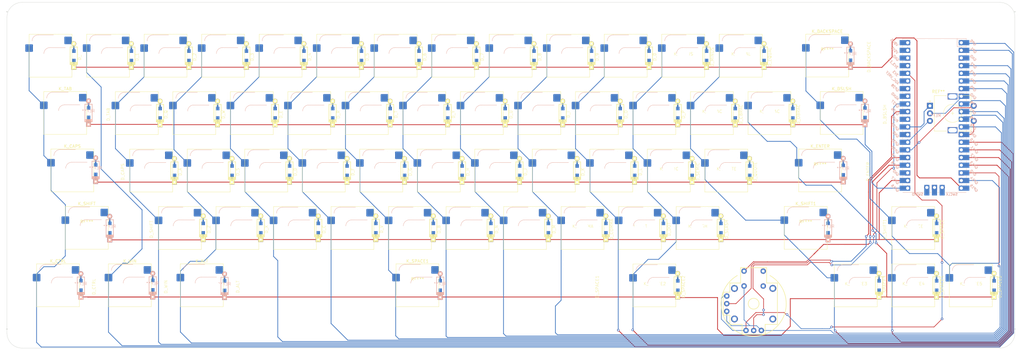
<source format=kicad_pcb>
(kicad_pcb (version 20221018) (generator pcbnew)
  (layers (0 "F.Cu" signal) (31 "B.Cu" signal) (34 "B.Paste" user) (35 "F.Paste" user) (36 "B.SilkS" user "B.Silkscreen") (37 "F.SilkS" user "F.Silkscreen") (38 "B.Mask" user) (39 "F.Mask" user) (44 "Edge.Cuts" user))
  (net 0 "")
  (footprint "personal:nothing" (layer "F.Cu") (at 440.50009 207.922334 90)
    (fp_text reference "D_ENTER")
    (fp_text value "D")
  )
  (footprint "personal:1u mx hotswap with diode" (layer "F.Cu") (at 244.73759 226.472334)
    (fp_text reference "K_C")
    (fp_text value "KEYSW")
  )
  (footprint "Mounting_Keyboard_Stabilizer:Stabilizer_Cherry_MX_2.00u" (layer "F.Cu") (at 418.56884 207.422334)
    (fp_text reference "REF**")
    (fp_text value "Stabilizer_Cherry_MX_2.00u")
  )
  (footprint "personal:1u mx hotswap with diode" (layer "F.Cu") (at 282.83759 226.472334)
    (fp_text reference "K_B")
    (fp_text value "KEYSW")
  )
  (footprint "personal:1u mx hotswap with diode" (layer "F.Cu") (at 292.36259 207.422334)
    (fp_text reference "K_H")
    (fp_text value "KEYSW")
  )
  (footprint "personal:nothing" (layer "F.Cu") (at 226.18759 246.022334 90)
    (fp_text reference "D_ALT")
    (fp_text value "D")
  )
  (footprint "personal:1u mx hotswap with diode" (layer "F.Cu") (at 182.82509 169.322334)
    (fp_text reference "K_1")
    (fp_text value "KEYSW")
  )
  (footprint "personal:nothing" (layer "F.Cu") (at 292.86259 226.972334 90)
    (fp_text reference "D_B")
    (fp_text value "D")
  )
  (footprint "Switch_Keyboard_Hotswap_Kailh:SW_Hotswap_Kailh_MX_2.00u" (layer "F.Cu") (at 420.95009 169.322334)
    (fp_text reference "K_BACKSPACE")
    (fp_text value "KEYSW")
  )
  (footprint "personal:nothing" (layer "F.Cu") (at 216.66259 226.972334 90)
    (fp_text reference "D_Z")
    (fp_text value "D")
  )
  (footprint "personal:nothing" (layer "F.Cu") (at 178.56259 246.022334 90)
    (fp_text reference "D_CTRL")
    (fp_text value "D")
  )
  (footprint "personal:nothing" (layer "F.Cu") (at 345.25009 169.822334 90)
    (fp_text reference "D_9")
    (fp_text value "D")
  )
  (footprint "personal:1u mx hotswap with diode" (layer "F.Cu") (at 197.11259 207.422334)
    (fp_text reference "K_A")
    (fp_text value "KEYSW")
  )
  (footprint "personal:1u mx hotswap with diode" (layer "F.Cu") (at 311.41259 207.422334)
    (fp_text reference "K_J")
    (fp_text value "KEYSW")
  )
  (footprint "personal:nothing" (layer "F.Cu") (at 311.91259 226.972334 90)
    (fp_text reference "D_N")
    (fp_text value "D")
  )
  (footprint "personal:nothing" (layer "F.Cu") (at 297.62509 188.872334 90)
    (fp_text reference "D_Y")
    (fp_text value "D")
  )
  (footprint "personal:1u mx hotswap with diode" (layer "F.Cu") (at 325.70009 188.372334)
    (fp_text reference "K_I")
    (fp_text value "KEYSW")
  )
  (footprint "Switch_Keyboard_Hotswap_Kailh:SW_Hotswap_Kailh_MX_1.25u" (layer "F.Cu") (at 189.96884 245.522334)
    (fp_text reference "K_WIN")
    (fp_text value "KEYSW")
  )
  (footprint "PS4_joystick_footprint-main:PS4_joystick" (layer "F.Cu") (at 396.566235 251.639321)
    (fp_text reference "REF**" hide)
    (fp_text value "XDCR_COM-09032" hide)
  )
  (footprint "personal:1u mx hotswap with diode" (layer "F.Cu") (at 449.52509 245.522334)
    (fp_text reference "K_SPACE4")
    (fp_text value "KEYSW")
  )
  (footprint "personal:nothing" (layer "F.Cu") (at 383.35009 169.822334 90)
    (fp_text reference "D_MINUS")
    (fp_text value "D")
  )
  (footprint "personal:nothing" (layer "F.Cu") (at 269.05009 169.822334 90)
    (fp_text reference "D_5")
    (fp_text value "D")
  )
  (footprint "personal:nothing" (layer "F.Cu") (at 288.10009 169.822334 90)
    (fp_text reference "D_6")
    (fp_text value "D")
  )
  (footprint "personal:nothing" (layer "F.Cu") (at 335.72509 188.872334 90)
    (fp_text reference "D_I")
    (fp_text value "D")
  )
  (footprint "personal:nothing" (layer "F.Cu") (at 316.67509 188.872334 90)
    (fp_text reference "D_U")
    (fp_text value "D")
  )
  (footprint "personal:nothing" (layer "F.Cu") (at 402.40009 169.822334 90)
    (fp_text reference "D_EQUAL")
    (fp_text value "D")
  )
  (footprint "personal:nothing" (layer "F.Cu") (at 440.50009 188.872334 90)
    (fp_text reference "D_BSLSH")
    (fp_text value "D")
  )
  (footprint "personal:1u mx hotswap with diode" (layer "F.Cu") (at 468.57509 245.522334)
    (fp_text reference "K_SPACE5")
    (fp_text value "KEYSW")
  )
  (footprint "Switch_Keyboard_Hotswap_Kailh:SW_Hotswap_Kailh_MX_1.75u" (layer "F.Cu") (at 170.91884 207.422334)
    (fp_text reference "K_CAPS")
    (fp_text value "KEYSW")
  )
  (footprint "Mounting_Keyboard_Stabilizer:Stabilizer_Cherry_MX_6.25u" (layer "F.Cu") (at 285.237077 245.522033)
    (fp_text reference "REF**")
    (fp_text value "Stabilizer_Cherry_MX_6.25u" hide)
  )
  (footprint "personal:1u mx hotswap with diode" (layer "F.Cu") (at 392.37509 169.322334)
    (fp_text reference "K_EQUAL")
    (fp_text value "KEYSW")
  )
  (footprint "personal:nothing" (layer "F.Cu") (at 283.33759 207.922334 90)
    (fp_text reference "D_G")
    (fp_text value "D")
  )
  (footprint "Switch_Keyboard_Hotswap_Kailh:SW_Hotswap_Kailh_MX_1.25u" (layer "F.Cu") (at 213.78134 245.522334)
    (fp_text reference "K_ALT")
    (fp_text value "KEYSW")
  )
  (footprint "personal:1u mx hotswap with diode" (layer "F.Cu") (at 320.93759 226.472334)
    (fp_text reference "K_M")
    (fp_text value "KEYSW")
  )
  (footprint "Switch_Keyboard_Hotswap_Kailh:SW_Hotswap_Kailh_MX_2.25u" (layer "F.Cu") (at 418.56884 207.422334)
    (fp_text reference "K_ENTER")
    (fp_text value "KEYSW")
  )
  (footprint "personal:nothing" (layer "F.Cu") (at 459.55009 246.022334 90)
    (fp_text reference "D_SPACE4")
    (fp_text value "D")
  )
  (footprint "Switch_Keyboard_Hotswap_Kailh:SW_Hotswap_Kailh_MX_2.75u" (layer "F.Cu") (at 413.80634 226.472334)
    (fp_text reference "K_SHIFT1")
    (fp_text value "KEYSW")
  )
  (footprint "personal:nothing" (layer "F.Cu") (at 373.82509 188.872334 90)
    (fp_text reference "D_P")
    (fp_text value "D")
  )
  (footprint "Switch_Keyboard_Hotswap_Kailh:SW_Hotswap_Kailh_MX_6.25u" (layer "F.Cu") (at 285.21884 245.522334)
    (fp_text reference "K_SPACE1")
    (fp_text value "KEYSW")
  )
  (footprint "personal:nothing" (layer "F.Cu") (at 207.13759 207.922334 90)
    (fp_text reference "D_A")
    (fp_text value "D")
  )
  (footprint "personal:nothing" (layer "F.Cu") (at 245.23759 207.922334 90)
    (fp_text reference "D_D")
    (fp_text value "D")
  )
  (footprint "personal:nothing" (layer "F.Cu") (at 354.77509 188.872334 90)
    (fp_text reference "D_O")
    (fp_text value "D")
  )
  (footprint "personal:nothing" (layer "F.Cu") (at 364.30009 169.822334 90)
    (fp_text reference "D_0")
    (fp_text value "D")
  )
  (footprint "personal:nothing" (layer "F.Cu") (at 221.42509 188.872334 90)
    (fp_text reference "D_W")
    (fp_text value "D")
  )
  (footprint "personal:1u mx hotswap with diode" (layer "F.Cu") (at 259.02509 169.322334)
    (fp_text reference "K_5")
    (fp_text value "KEYSW")
  )
  (footprint "personal:1u mx hotswap with diode" (layer "F.Cu") (at 225.68759 226.472334)
    (fp_text reference "K_X")
    (fp_text value "KEYSW")
  )
  (footprint "personal:nothing" (layer "F.Cu") (at 340.48759 207.922334 90)
    (fp_text reference "D_K")
    (fp_text value "D")
  )
  (footprint "personal:nothing" (layer "F.Cu") (at 250.00009 169.822334 90)
    (fp_text reference "D_4")
    (fp_text value "D")
  )
  (footprint "personal:nothing" (layer "F.Cu") (at 388.11259 226.972334 90)
    (fp_text reference "D_SLASH")
    (fp_text value "D")
  )
  (footprint "personal:nothing" (layer "F.Cu") (at 202.37509 246.022334 90)
    (fp_text reference "D_WIN")
    (fp_text value "D")
  )
  (footprint "personal:1u mx hotswap with diode" (layer "F.Cu") (at 359.03759 226.472334)
    (fp_text reference "K_DOT")
    (fp_text value "KEYSW")
  )
  (footprint "personal:1u mx hotswap with diode" (layer "F.Cu") (at 220.92509 169.322334)
    (fp_text reference "K_3")
    (fp_text value "KEYSW")
  )
  (footprint "personal:nothing" (layer "F.Cu") (at 211.90009 169.822334 90)
    (fp_text reference "D_2")
    (fp_text value "D")
  )
  (footprint "Mounting_Keyboard_Stabilizer:Stabilizer_Cherry_MX_2.00u" (layer "F.Cu") (at 420.95009 169.322334)
    (fp_text reference "REF**")
    (fp_text value "Stabilizer_Cherry_MX_2.00u")
  )
  (footprint "personal:nothing" (layer "F.Cu") (at 307.15009 169.822334 90)
    (fp_text reference "D_7")
    (fp_text value "D")
  )
  (footprint "personal:nothing" (layer "F.Cu") (at 188.08759 207.922334 90)
    (fp_text reference "D_CAPS")
    (fp_text value "D")
  )
  (footprint "personal:1u mx hotswap with diode" (layer "F.Cu") (at 278.07509 169.322334)
    (fp_text reference "K_6")
    (fp_text value "KEYSW")
  )
  (footprint "personal:nothing" (layer "F.Cu") (at 350.01259 226.972334 90)
    (fp_text reference "D_COMMA")
    (fp_text value "D")
  )
  (footprint "Switch_Keyboard_Hotswap_Kailh:SW_Hotswap_Kailh_MX_1.50u" (layer "F.Cu") (at 168.53759 188.372334)
    (fp_text reference "K_TAB")
    (fp_text value "KEYSW")
  )
  (footprint "personal:1u mx hotswap with diode" (layer "F.Cu") (at 301.88759 226.472334)
    (fp_text reference "K_N")
    (fp_text value "KEYSW")
  )
  (footprint "personal:1u mx hotswap with diode" (layer "F.Cu") (at 363.80009 245.522334)
    (fp_text reference "K_SPACE2")
    (fp_text value "KEYSW")
  )
  (footprint "personal:nothing" (layer "F.Cu") (at 397.63759 207.922334 90)
    (fp_text reference "D_QUOTE")
    (fp_text value "D")
  )
  (footprint "personal:nothing" (layer "F.Cu") (at 378.58759 207.922334 90)
    (fp_text reference "D_SEMIC")
    (fp_text value "D")
  )
  (footprint "personal:nothing" (layer "F.Cu") (at 259.52509 188.872334 90)
    (fp_text reference "D_R")
    (fp_text value "D")
  )
  (footprint "personal:nothing" (layer "F.Cu") (at 197.61259 226.972334 90)
    (fp_text reference "D_SHIFT")
    (fp_text value "D")
  )
  (footprint "personal:1u mx hotswap with diode" (layer "F.Cu") (at 387.61259 207.422334)
    (fp_text reference "K_QUOTE")
    (fp_text value "KEYSW")
  )
  (footprint "personal:nothing" (layer "F.Cu") (at 173.80009 169.822334 90)
    (fp_text reference "D_`")
    (fp_text value "D")
  )
  (footprint "personal:nothing" (layer "F.Cu") (at 330.96259 226.972334 90)
    (fp_text reference "D_M")
    (fp_text value "D")
  )
  (footprint "personal:1u mx hotswap with diode" (layer "F.Cu") (at 339.98759 226.472334)
    (fp_text reference "K_COMMA")
    (fp_text value "KEYSW")
  )
  (footprint "personal:nothing" (layer "F.Cu") (at 440.50009 169.822334 90)
    (fp_text reference "D_BACKSPACE")
    (fp_text value "D")
  )
  (footprint "personal:1u mx hotswap with diode" (layer "F.Cu") (at 263.78759 226.472334)
    (fp_text reference "K_V")
    (fp_text value "KEYSW")
  )
  (footprint "personal:1u mx hotswap with diode" (layer "F.Cu") (at 449.52509 226.472334)
    (fp_text reference "K_SPACE")
    (fp_text value "KEYSW")
  )
  (footprint "personal:1u mx hotswap with diode" (layer "F.Cu") (at 316.17509 169.322334)
    (fp_text reference "K_8")
    (fp_text value "KEYSW")
  )
  (footprint "personal:nothing" (layer "F.Cu") (at 230.95009 169.822334 90)
    (fp_text reference "D_3")
    (fp_text value "D")
  )
  (footprint "Switch_Keyboard_Hotswap_Kailh:SW_Hotswap_Kailh_MX_1.25u" (layer "F.Cu") (at 166.15634 245.522334)
    (fp_text reference "K_CTRL")
    (fp_text value "KEYSW")
  )
  (footprint "personal:nothing" (layer "F.Cu") (at 326.20009 169.822334 90)
    (fp_text reference "D_8")
    (fp_text value "D")
  )
  (footprint "personal:nothing" (layer "F.Cu") (at 440.50009 226.972334 90)
    (fp_text reference "D_SHIFT1")
    (fp_text value "D")
  )
  (footprint "personal:nothing" (layer "F.Cu") (at 226.18759 207.922334 90)
    (fp_text reference "D_S")
    (fp_text value "D")
  )
  (footprint "personal:nothing" (layer "F.Cu") (at 411.92509 188.872334 90)
    (fp_text reference "D_OBRAC")
    (fp_text value "D")
  )
  (footprint "personal:nothing" (layer "F.Cu") (at 440.50009 246.022334 90)
    (fp_text reference "D_SPACE3")
    (fp_text value "D")
  )
  (footprint "personal:1u mx hotswap with diode" (layer "F.Cu") (at 163.77509 169.322334)
    (fp_text reference "K_`")
    (fp_text value "KEYSW")
  )
  (footprint "Rotary_Encoder:RotaryEncoder_Alps_EC11E-Switch_Vertical_H20mm" (layer "F.Cu") (at 454.961348 186.000862)
    (fp_text reference "REF**")
    (fp_text value "RotaryEncoder_Alps_EC11E-Switch_Vertical_H20mm" hide)
  )
  (footprint "personal:nothing" (layer "F.Cu") (at 254.76259 226.972334 90)
    (fp_text reference "D_C")
    (fp_text value "D")
  )
  (footprint "personal:nothing" (layer "F.Cu") (at 345.25009 246.022334 90)
    (fp_text reference "D_SPACE1")
    (fp_text value "D")
  )
  (footprint "personal:1u mx hotswap with diode" (layer "F.Cu") (at 249.50009 188.372334)
    (fp_text reference "K_R")
    (fp_text value "KEYSW")
  )
  (footprint "personal:1u mx hotswap with diode" (layer "F.Cu") (at 363.80009 188.372334)
    (fp_text reference "K_P")
    (fp_text value "KEYSW")
  )
  (footprint "personal:nothing" (layer "F.Cu") (at 373.82509 246.022334 90)
    (fp_text reference "D_SPACE2")
    (fp_text value "D")
  )
  (footprint "personal:1u mx hotswap with diode" (layer "F.Cu") (at 211.40009 188.372334)
    (fp_text reference "K_W")
    (fp_text value "KEYSW")
  )
  (footprint "personal:1u mx hotswap with diode" (layer "F.Cu") (at 287.60009 188.372334)
    (fp_text reference "K_Y")
    (fp_text value "KEYSW")
  )
  (footprint "personal:1u mx hotswap with diode" (layer "F.Cu") (at 330.46259 207.422334)
    (fp_text reference "K_K")
    (fp_text value "KEYSW")
  )
  (footprint "personal:1u mx hotswap with diode" (layer "F.Cu") (at 354.27509 169.322334)
    (fp_text reference "K_0")
    (fp_text value "KEYSW")
  )
  (footprint "personal:1u mx hotswap with diode" (layer "F.Cu") (at 273.31259 207.422334)
    (fp_text reference "K_G")
    (fp_text value "KEYSW")
  )
  (footprint "personal:1u mx hotswap with diode" (layer "F.Cu") (at 349.51259 207.422334)
    (fp_text reference "K_L")
    (fp_text value "KEYSW")
  )
  (footprint "personal:1u mx hotswap with diode" (layer "F.Cu") (at 206.63759 226.472334)
    (fp_text reference "K_Z")
    (fp_text value "KEYSW")
  )
  (footprint "personal:1u mx hotswap with diode" (layer "F.Cu") (at 335.22509 169.322334)
    (fp_text reference "K_9")
    (fp_text value "KEYSW")
  )
  (footprint "personal:nothing" (layer "F.Cu") (at 235.71259 226.972334 90)
    (fp_text reference "D_X")
    (fp_text value "D")
  )
  (footprint "personal:1u mx hotswap with diode" (layer "F.Cu") (at 239.97509 169.322334)
    (fp_text reference "K_4")
    (fp_text value "KEYSW")
  )
  (footprint "personal:nothing" (layer "F.Cu") (at 278.57509 188.872334 90)
    (fp_text reference "D_T")
    (fp_text value "D")
  )
  (footprint "Mounting_Keyboard_Stabilizer:Stabilizer_Cherry_MX_2.00u" (layer "F.Cu") (at 175.68134 226.472334)
    (fp_text reference "REF**")
    (fp_text value "Stabilizer_Cherry_MX_2.00u")
  )
  (footprint "personal:nothing" (layer "F.Cu") (at 321.43759 207.922334 90)
    (fp_text reference "D_J")
    (fp_text value "D")
  )
  (footprint "personal:1u mx hotswap with diode" (layer "F.Cu") (at 378.08759 226.472334)
    (fp_text reference "K_SLASH")
    (fp_text value "KEYSW")
  )
  (footprint "personal:1u mx hotswap with diode" (layer "F.Cu") (at 216.16259 207.422334)
    (fp_text reference "K_S")
    (fp_text value "KEYSW")
  )
  (footprint "personal:1u mx hotswap with diode" (layer "F.Cu") (at 344.75009 188.372334)
    (fp_text reference "K_O")
    (fp_text value "KEYSW")
  )
  (footprint "personal:1u mx hotswap with diode" (layer "F.Cu") (at 254.26259 207.422334)
    (fp_text reference "K_F")
    (fp_text value "KEYSW")
  )
  (footprint "personal:nothing" (layer "F.Cu") (at 240.47509 188.872334 90)
    (fp_text reference "D_E")
    (fp_text value "D")
  )
  (footprint "personal:1u mx hotswap with diode" (layer "F.Cu") (at 382.85009 188.372334)
    (fp_text reference "K_CBRAC")
    (fp_text value "KEYSW")
  )
  (footprint "personal:nothing" (layer "F.Cu") (at 369.06259 226.972334 90)
    (fp_text reference "D_DOT")
    (fp_text value "D")
  )
  (footprint "personal:1u mx hotswap with diode" (layer "F.Cu") (at 430.47509 245.522334)
    (fp_text reference "K_SPACE3")
    (fp_text value "KEYSW")
  )
  (footprint "personal:nothing" (layer "F.Cu") (at 264.28759 207.922334 90)
    (fp_text reference "D_F")
    (fp_text value "D")
  )
  (footprint "Switch_Keyboard_Hotswap_Kailh:SW_Hotswap_Kailh_MX_2.25u" (layer "F.Cu") (at 175.68134 226.472334)
    (fp_text reference "K_SHIFT")
    (fp_text value "KEYSW")
  )
  (footprint "personal:nothing" (layer "F.Cu") (at 273.81259 226.972334 90)
    (fp_text reference "D_V")
    (fp_text value "D")
  )
  (footprint "personal:nothing" (layer "F.Cu") (at 192.85009 169.822334 90)
    (fp_text reference "D_1")
    (fp_text value "D")
  )
  (footprint "Switch_Keyboard_Hotswap_Kailh:SW_Hotswap_Kailh_MX_1.50u" (layer "F.Cu") (at 425.71259 188.372334)
    (fp_text reference "K_BSLSH")
    (fp_text value "KEYSW")
  )
  (footprint "personal:1u mx hotswap with diode" (layer "F.Cu") (at 306.65009 188.372334)
    (fp_text reference "K_U")
    (fp_text value "KEYSW")
  )
  (footprint "personal:nothing" (layer "F.Cu") (at 302.38759 207.922334 90)
    (fp_text reference "D_H")
    (fp_text value "D")
  )
  (footprint "personal:nothing" (layer "F.Cu") (at 183.32509 188.872334 90)
    (fp_text reference "D_TAB")
    (fp_text value "D")
  )
  (footprint "personal:nothing" (layer "F.Cu") (at 392.87509 188.872334 90)
    (fp_text reference "D_CBRAC")
    (fp_text value "D")
  )
  (footprint "personal:1u mx hotswap with diode" (layer "F.Cu") (at 192.35009 188.372334)
    (fp_text reference "K_Q")
    (fp_text value "KEYSW")
  )
  (footprint "personal:1u mx hotswap with diode" (layer "F.Cu") (at 368.56259 207.422334)
    (fp_text reference "K_SEMIC")
    (fp_text value "KEYSW")
  )
  (footprint "personal:1u mx hotswap with diode" (layer "F.Cu") (at 230.45009 188.372334)
    (fp_text reference "K_E")
    (fp_text value "KEYSW")
  )
  (footprint "personal:nothing" (layer "F.Cu") (at 359.53759 207.922334 90)
    (fp_text reference "D_L")
    (fp_text value "D")
  )
  (footprint "personal:1u mx hotswap with diode" (layer "F.Cu") (at 297.12509 169.322334)
    (fp_text reference "K_7")
    (fp_text value "KEYSW")
  )
  (footprint "personal:nothing" (layer "F.Cu") (at 478.60009 246.022334 90)
    (fp_text reference "D_SPACE5")
    (fp_text value "D")
  )
  (footprint "personal:1u mx hotswap with diode" (layer "F.Cu") (at 201.87509 169.322334)
    (fp_text reference "K_2")
    (fp_text value "KEYSW")
  )
  (footprint "personal:1u mx hotswap with diode" (layer "F.Cu") (at 235.21259 207.422334)
    (fp_text reference "K_D")
    (fp_text value "KEYSW")
  )
  (footprint "personal:1u mx hotswap with diode" (layer "F.Cu") (at 401.90009 188.372334)
    (fp_text reference "K_OBRAC")
    (fp_text value "KEYSW")
  )
  (footprint "personal:nothing" (layer "F.Cu") (at 202.37509 188.872334 90)
    (fp_text reference "D_Q")
    (fp_text value "D")
  )
  (footprint "personal:nothing" (layer "F.Cu") (at 459.55009 226.972334 90)
    (fp_text reference "D_SPACE")
    (fp_text value "D")
  )
  (footprint "personal:1u mx hotswap with diode" (layer "F.Cu") (at 268.55009 188.372334)
    (fp_text reference "K_T")
    (fp_text value "KEYSW")
  )
  (footprint "personal:1u mx hotswap with diode" (layer "F.Cu") (at 373.32509 169.322334)
    (fp_text reference "K_MINUS")
    (fp_text value "KEYSW")
  )
  (footprint "Mounting_Keyboard_Stabilizer:Stabilizer_Cherry_MX_2.00u" (layer "F.Cu") (at 413.80634 226.472334)
    (fp_text reference "REF**")
    (fp_text value "Stabilizer_Cherry_MX_2.00u")
  )
  (footprint "personal:diode tht smd" (layer "B.Cu") (at 428.562763 169.279635 180)
    (fp_text reference "REF**")
    (fp_text value "diode tht smd")
  )
  (footprint "personal:diode tht smd" (layer "B.Cu") (at 433.368817 188.259003 180)
    (fp_text reference "REF**")
    (fp_text value "diode tht smd")
  )
  (footprint "personal:diode tht smd" (layer "B.Cu") (at 197.474122 245.429286 180)
    (fp_text reference "REF**")
    (fp_text value "diode tht smd")
  )
  (footprint "personal:diode tht smd" (layer "B.Cu") (at 183.23864 226.511413 180)
    (fp_text reference "REF**")
    (fp_text value "diode tht smd")
  )
  (footprint "personal:diode tht smd" (layer "B.Cu") (at 421.169467 226.497573 180)
    (fp_text reference "REF**")
    (fp_text value "diode tht smd")
  )
  (footprint "personal:diode tht smd" (layer "B.Cu") (at 173.674708 245.527226 180)
    (fp_text reference "REF**")
    (fp_text value "diode tht smd")
  )
  (footprint "personal:diode tht smd" (layer "B.Cu") (at 176.21494 188.216878 180)
    (fp_text reference "REF**")
    (fp_text value "diode tht smd")
  )
  (footprint "personal:diode tht smd" (layer "B.Cu") (at 292.699326 245.551273 180)
    (fp_text reference "REF**")
    (fp_text value "diode tht smd")
  )
  (footprint "MCU_RaspberryPi_and_Boards:RPi_Pico_SMD_TH" (layer "B.Cu") (at 456.46542 189.192046 180)
    (fp_text reference "REF**")
    (fp_text value "RPi_Pico_SMD_TH")
  )
  (footprint "personal:diode tht smd" (layer "B.Cu") (at 178.572497 207.133286 180)
    (fp_text reference "REF**")
    (fp_text value "diode tht smd")
  )
  (footprint "personal:diode tht smd" (layer "B.Cu") (at 426.188888 207.28268 180)
    (fp_text reference "REF**")
    (fp_text value "diode tht smd")
  )
  (footprint "personal:diode tht smd" (layer "B.Cu") (at 221.273537 245.61817 180)
    (fp_text reference "REF**")
    (fp_text value "diode tht smd")
  )
  (gr_arc (start 154.25009 266.363649) (mid 150.714556 264.899183) (end 149.25009 261.363649) (stroke (width 0.1)) (layer "Edge.Cuts"))
  (gr_arc (start 478.10009 151.698516) (mid 481.635624 153.162982) (end 483.10009 156.698516) (stroke (width 0.1)) (layer "Edge.Cuts"))
  (gr_arc (start 149.25009 154.797334) (mid 149.25009 154.797334) (end 149.25009 154.797334) (stroke (width 0.2)) (layer "Edge.Cuts"))
  (gr_line (start 154.25009 151.698516) (end 478.10009 151.698516) (stroke (width 0.1)) (layer "Edge.Cuts"))
  (gr_line (start 478.10009 266.363649) (end 154.25009 266.363649) (stroke (width 0.1)) (layer "Edge.Cuts"))
  (gr_line (start 483.10009 156.698516) (end 483.10009 261.363649) (stroke (width 0.1)) (layer "Edge.Cuts"))
  (gr_line (start 149.25009 261.363649) (end 149.25009 156.698516) (stroke (width 0.1)) (layer "Edge.Cuts"))
  (gr_arc (start 483.10009 261.363649) (mid 481.635606 264.899148) (end 478.10009 266.363649) (stroke (width 0.1)) (layer "Edge.Cuts"))
  (gr_arc (start 149.25009 260.047334) (mid 149.25009 260.047334) (end 149.25009 260.047334) (stroke (width 0.2)) (layer "Edge.Cuts"))
  (gr_arc (start 149.25009 156.698516) (mid 150.71455 153.162968) (end 154.25009 151.698516) (stroke (width 0.1)) (layer "Edge.Cuts"))
  (gr_arc (start 483.10009 260.047334) (mid 483.10009 260.047334) (end 483.10009 260.047334) (stroke (width 0.2)) (layer "Edge.Cuts"))
  (gr_arc (start 483.10009 154.797334) (mid 483.10009 154.797334) (end 483.10009 154.797334) (stroke (width 0.2)) (layer "Edge.Cuts"))
  (segment (start 481.589494 207.026068) (end 477.725472 203.162046) (width 0.25) (layer "F.Cu") (net 0))
  (segment (start 396.363189 239.201631) (end 396.810915 238.753905) (width 0.2) (layer "F.Cu") (net 0))
  (segment (start 178.841545 211.302334) (end 178.632497 211.093286) (width 0.25) (layer "F.Cu") (net 0))
  (segment (start 440.646179 234.981073) (end 437.129667 231.464561) (width 0.25) (layer "F.Cu") (net 0))
  (segment (start 447.57542 187.922046) (end 443.865642 187.922046) (width 0.25) (layer "F.Cu") (net 0))
  (segment (start 408.705637 259.134158) (end 408.705637 249.973272) (width 0.25) (layer "F.Cu") (net 0))
  (segment (start 449.6847 163.47096) (end 450.662868 164.449128) (width 0.25) (layer "F.Cu") (net 0))
  (segment (start 443.865642 187.922046) (end 443.101863 188.685825) (width 0.25) (layer "F.Cu") (net 0))
  (segment (start 442.220404 189.567284) (end 442.220404 201.320082) (width 0.25) (layer "F.Cu") (net 0))
  (segment (start 437.39084 227.474816) (end 437.39084 211.587548) (width 0.2) (layer "F.Cu") (net 0))
  (segment (start 450.662868 209.07303) (end 451.512847 209.923009) (width 0.25) (layer "F.Cu") (net 0))
  (segment (start 435.164942 231.324013) (end 434.516155 231.9728) (width 0.25) (layer "F.Cu") (net 0))
  (segment (start 407.384752 255.256908) (end 407.636597 255.256908) (width 0.2) (layer "F.Cu") (net 0))
  (segment (start 442.220404 201.320082) (end 442.220404 202.98817) (width 0.25) (layer "F.Cu") (net 0))
  (segment (start 415.180024 237.973828) (end 421.637279 237.973828) (width 0.2) (layer "F.Cu") (net 0))
  (segment (start 436.295625 228.570031) (end 437.352755 227.512901) (width 0.2) (layer "F.Cu") (net 0))
  (segment (start 477.281797 264.396003) (end 480.981753 260.696047) (width 0.25) (layer "F.Cu") (net 0))
  (segment (start 204.72259 211.302334) (end 426.189234 211.302334) (width 0.25) (layer "F.Cu") (net 0))
  (segment (start 439.039096 173.239635) (end 442.446403 169.832328) (width 0.25) (layer "F.Cu") (net 0))
  (segment (start 396.532704 237.683052) (end 401.125467 237.683052) (width 0.2) (layer "F.Cu") (net 0))
  (segment (start 438.160372 214.870735) (end 442.249061 210.782046) (width 0.25) (layer "F.Cu") (net 0))
  (segment (start 451.349925 198.129009) (end 462.838219 186.640715) (width 0.2) (layer "F.Cu") (net 0))
  (segment (start 478.684651 198.082046) (end 465.35542 198.082046) (width 0.25) (layer "F.Cu") (net 0))
  (segment (start 437.352755 227.512901) (end 437.39084 227.474816) (width 0.2) (layer "F.Cu") (net 0))
  (segment (start 477.177714 205.702046) (end 465.35542 205.702046) (width 0.25) (layer "F.Cu") (net 0))
  (segment (start 440.646179 249.402334) (end 476.18509 249.402334) (width 0.25) (layer "F.Cu") (net 0))
  (segment (start 414.399947 238.753905) (end 415.180024 237.973828) (width 0.2) (layer "F.Cu") (net 0))
  (segment (start 436.017347 227.303857) (end 436.017347 211.08605) (width 0.25) (layer "F.Cu") (net 0))
  (segment (start 436.017347 211.08605) (end 441.401351 205.702046) (width 0.25) (layer "F.Cu") (net 0))
  (segment (start 480.981753 209.506085) (end 477.177714 205.702046) (width 0.25) (layer "F.Cu") (net 0))
  (segment (start 434.516155 231.9728) (end 419.742809 231.9728) (width 0.25) (layer "F.Cu") (net 0))
  (segment (start 458.992738 256.678283) (end 458.984444 256.678283) (width 0.2) (layer "F.Cu") (net 0))
  (segment (start 449.986155 214.941602) (end 449.986155 177.632781) (width 0.2) (layer "F.Cu") (net 0))
  (segment (start 371.41009 249.402334) (end 371.603259 249.595503) (width 0.25) (layer "F.Cu") (net 0))
  (segment (start 414.032557 237.683052) (end 416.556109 235.1595) (width 0.2) (layer "F.Cu") (net 0))
  (segment (start 396.810915 238.753905) (end 414.399947 238.753905) (width 0.2) (layer "F.Cu") (net 0))
  (segment (start 423.586099 260.624889) (end 427.881466 264.920256) (width 0.25) (layer "F.Cu") (net 0))
  (segment (start 415.200839 237.17936) (end 422.014752 237.17936) (width 0.2) (layer "F.Cu") (net 0))
  (segment (start 482.586534 261.277842) (end 482.586534 201.983929) (width 0.25) (layer "F.Cu") (net 0))
  (segment (start 478.036128 200.622046) (end 465.35542 200.622046) (width 0.25) (layer "F.Cu") (net 0))
  (segment (start 435.208734 229.285152) (end 435.159763 229.334123) (width 0.25) (layer "F.Cu") (net 0))
  (segment (start 469.461348 194.561181) (end 468.480483 195.542046) (width 0.2) (layer "F.Cu") (net 0))
  (segment (start 438.160372 230.352334) (end 457.13509 230.352334) (width 0.25) (layer "F.Cu") (net 0))
  (segment (start 394.041235 257.834022) (end 394.4147 257.460557) (width 0.2) (layer "F.Cu") (net 0))
  (segment (start 214.24759 230.352334) (end 214.128511 230.471413) (width 0.25) (layer "F.Cu") (net 0))
  (segment (start 482.108913 204.694831) (end 478.036128 200.622046) (width 0.25) (layer "F.Cu") (net 0))
  (segment (start 440.646179 249.402334) (end 440.646179 234.981073) (width 0.25) (layer "F.Cu") (net 0))
  (segment (start 428.622763 173.239635) (end 439.039096 173.239635) (width 0.25) (layer "F.Cu") (net 0))
  (segment (start 199.96009 192.252334) (end 433.395486 192.252334) (width 0.25) (layer "F.Cu") (net 0))
  (segment (start 468.480483 195.542046) (end 465.35542 195.542046) (width 0.2) (layer "F.Cu") (net 0))
  (segment (start 437.514152 249.973272) (end 438.08509 249.402334) (width 0.25) (layer "F.Cu") (net 0))
  (segment (start 477.460855 264.920256) (end 481.589494 260.791617) (width 0.25) (layer "F.Cu") (net 0))
  (segment (start 357.242604 265.940488) (end 477.923888 265.940488) (width 0.25) (layer "F.Cu") (net 0))
  (segment (start 438.08509 249.402334) (end 440.646179 249.402334) (width 0.25) (layer "F.Cu") (net 0))
  (segment (start 422.369568 259.3494) (end 456.321621 259.3494) (width 0.2) (layer "F.Cu") (net 0))
  (segment (start 477.831591 239.115289) (end 477.831591 209.434228) (width 0.2) (layer "F.Cu") (net 0))
  (segment (start 384.622896 249.595503) (end 384.622896 260.078579) (width 0.25) (layer "F.Cu") (net 0))
  (segment (start 443.770854 163.47096) (end 449.6847 163.47096) (width 0.25) (layer "F.Cu") (net 0))
  (segment (start 416.556109 235.1595) (end 416.928782 234.786827) (width 0.2) (layer "F.Cu") (net 0))
  (segment (start 204.72259 211.302334) (end 178.841545 211.302334) (width 0.25) (layer "F.Cu") (net 0))
  (segment (start 441.00315 204.205424) (end 434.638448 210.570126) (width 0.25) (layer "F.Cu") (net 0))
  (segment (start 452.315728 217.271175) (end 449.986155 214.941602) (width 0.2) (layer "F.Cu") (net 0))
  (segment (start 399.859494 253.720071) (end 399.859494 250.083795) (width 0.2) (layer "F.Cu") (net 0))
  (segment (start 396.363189 246.58749) (end 396.363189 239.201631) (width 0.2) (layer "F.Cu") (net 0))
  (segment (start 442.489791 261.453142) (end 445.432652 264.396003) (width 0.25) (layer "F.Cu") (net 0))
  (segment (start 476.639409 208.242046) (end 465.35542 208.242046) (width 0.2) (layer "F.Cu") (net 0))
  (segment (start 461.956383 209.923009) (end 465.35542 213.322046) (width 0.25) (layer "F.Cu") (net 0))
  (segment (start 449.986155 177.632781) (end 447.57542 175.222046) (width 0.2) (layer "F.Cu") (net 0))
  (segment (start 434.638448 210.570126) (end 434.638448 214.613334) (width 0.25) (layer "F.Cu") (net 0))
  (segment (start 445.432652 264.396003) (end 477.281797 264.396003) (width 0.25) (layer "F.Cu") (net 0))
  (segment (start 436.295625 229.291367) (end 436.295625 228.570031) (width 0.2) (layer "F.Cu") (net 0))
  (segment (start 396.713503 238.140105) (end 414.240094 238.140105) (width 0.2) (layer "F.Cu") (net 0))
  (segment (start 477.923888 265.940488) (end 482.586534 261.277842) (width 0.25) (layer "F.Cu") (net 0))
  (segment (start 405.689415 262.15038) (end 408.705637 259.134158) (width 0.25) (layer "F.Cu") (net 0))
  (segment (start 421.637279 237.973828) (end 422.445669 238.782218) (width 0.2) (layer "F.Cu") (net 0))
  (segment (start 442.489791 260.55769) (end 442.489791 261.453142) (width 0.25) (layer "F.Cu") (net 0))
  (segment (start 437.39084 211.587548) (end 442.259053 206.719335) (width 0.2) (layer "F.Cu") (net 0))
  (segment (start 443.101863 188.685825) (end 442.220404 189.567284) (width 0.25) (layer "F.Cu") (net 0))
  (segment (start 422.014752 237.17936) (end 422.419015 237.583623) (width 0.2) (layer "F.Cu") (net 0))
  (segment (start 442.446403 169.832328) (end 442.446403 164.795411) (width 0.25) (layer "F.Cu") (net 0))
  (segment (start 447.57542 203.162046) (end 442.73957 203.162046) (width 0.25) (layer "F.Cu") (net 0))
  (segment (start 395.773747 239.079861) (end 396.713503 238.140105) (width 0.2) (layer "F.Cu") (net 0))
  (segment (start 442.73957 203.162046) (end 437.223499 208.678117) (width 0.25) (layer "F.Cu") (net 0))
  (segment (start 419.742809 231.9728) (end 416.556109 235.1595) (width 0.25) (layer "F.Cu") (net 0))
  (segment (start 171.388423 173.199001) (end 428.582129 173.199001) (width 0.25) (layer "F.Cu") (net 0))
  (segment (start 408.705637 249.973272) (end 437.514152 249.973272) (width 0.25) (layer "F.Cu") (net 0))
  (segment (start 199.884634 192.176878) (end 176.27494 192.176878) (width 0.25) (layer "F.Cu") (net 0))
  (segment (start 214.24759 230.352334) (end 438.160372 230.352334) (width 0.25) (layer "F.Cu") (net 0))
  (segment (start 482.108913 261.074574) (end 482.108913 204.694831) (width 0.25) (layer "F.Cu") (net 0))
  (segment (start 356.510874 260.336811) (end 361.610859 265.436796) (width 0.25) (layer "F.Cu") (net 0))
  (segment (start 434.638448 214.613334) (end 434.638448 228.504489) (width 0.25) (layer "F.Cu") (net 0))
  (segment (start 482.586534 201.983929) (end 478.684651 198.082046) (width 0.25) (layer "F.Cu") (net 0))
  (segment (start 442.249061 210.782046) (end 447.57542 210.782046) (width 0.25) (layer "F.Cu") (net 0))
  (segment (start 434.638448 228.504489) (end 433.849492 229.293445) (width 0.25) (layer "F.Cu") (net 0))
  (segment (start 458.984444 256.678283) (end 458.971576 256.691151) (width 0.2) (layer "F.Cu") (net 0))
  (segment (start 481.589494 260.791617) (end 481.589494 207.026068) (width 0.25) (layer "F.Cu") (net 0))
  (segment (start 399.859494 250.083795) (end 396.363189 246.58749) (width 0.2) (layer "F.Cu") (net 0))
  (segment (start 458.971278 219.141658) (end 457.100795 217.271175) (width 0.2) (layer "F.Cu") (net 0))
  (segment (start 477.725472 203.162046) (end 465.35542 203.162046) (width 0.25) (layer "F.Cu") (net 0))
  (segment (start 384.622896 260.078579) (end 386.694697 262.15038) (width 0.25) (layer "F.Cu") (net 0))
  (segment (start 397.464374 255.445165) (end 397.632271 255.277268) (width 0.2) (layer "F.Cu") (net 0))
  (segment (start 176.062078 249.402334) (end 176.020459 249.443953) (width 0.25) (layer "F.Cu") (net 0))
  (segment (start 480.981753 260.696047) (end 480.981753 209.506085) (width 0.25) (layer "F.Cu") (net 0))
  (segment (start 442.259053 206.719335) (end 442.986466 206.719335) (width 0.2) (layer "F.Cu") (net 0))
  (segment (start 437.223499 208.678117) (end 435.208734 210.692882) (width 0.25) (layer "F.Cu") (net 0))
  (segment (start 401.125467 237.683052) (end 414.032557 237.683052) (width 0.2) (layer "F.Cu") (net 0))
  (segment (start 397.310925 254.564332) (end 406.692176 254.564332) (width 0.2) (layer "F.Cu") (net 0))
  (segment (start 441.401351 205.702046) (end 447.57542 205.702046) (width 0.25) (layer "F.Cu") (net 0))
  (segment (start 390.709838 251.624521) (end 395.773747 246.560612) (width 0.2) (layer "F.Cu") (net 0))
  (segment (start 351.722987 260.420871) (end 357.242604 265.940488) (width 0.25) (layer "F.Cu") (net 0))
  (segment (start 394.4147 257.460557) (end 397.310925 254.564332) (width 0.2) (layer "F.Cu") (net 0))
  (segment (start 386.694697 262.15038) (end 405.689415 262.15038) (width 0.25) (layer "F.Cu") (net 0))
  (segment (start 456.321621 259.3494) (end 458.992738 256.678283) (width 0.2) (layer "F.Cu") (net 0))
  (segment (start 387.661235 251.624521) (end 390.709838 251.624521) (width 0.2) (layer "F.Cu") (net 0))
  (segment (start 414.240094 238.140105) (end 415.200839 237.17936) (width 0.2) (layer "F.Cu") (net 0))
  (segment (start 433.395486 192.252334) (end 433.428817 192.219003) (width 0.25) (layer "F.Cu") (net 0))
  (segment (start 361.610859 265.436796) (end 477.746691 265.436796) (width 0.25) (layer "F.Cu") (net 0))
  (segment (start 397.632271 255.277268) (end 399.833588 255.277268) (width 0.2) (layer "F.Cu") (net 0))
  (segment (start 393.391235 240.824521) (end 396.532704 237.683052) (width 0.2) (layer "F.Cu") (net 0))
  (segment (start 468.869435 186.000862) (end 469.461348 186.000862) (width 0.2) (layer "F.Cu") (net 0))
  (segment (start 428.582129 173.199001) (end 428.622763 173.239635) (width 0.25) (layer "F.Cu") (net 0))
  (segment (start 199.96009 192.252334) (end 199.884634 192.176878) (width 0.25) (layer "F.Cu") (net 0))
  (segment (start 451.512847 209.923009) (end 461.956383 209.923009) (width 0.25) (layer "F.Cu") (net 0))
  (segment (start 458.971278 237.960126) (end 458.971278 219.141658) (width 0.2) (layer "F.Cu") (net 0))
  (segment (start 442.446403 164.795411) (end 443.770854 163.47096) (width 0.25) (layer "F.Cu") (net 0))
  (segment (start 214.128511 230.471413) (end 183.29864 230.471413) (width 0.25) (layer "F.Cu") (net 0))
  (segment (start 394.041235 260.514521) (end 394.041235 257.834022) (width 0.2) (layer "F.Cu") (net 0))
  (segment (start 395.773747 246.560612) (end 395.773747 239.079861) (width 0.2) (layer "F.Cu") (net 0))
  (segment (start 171.38509 173.202334) (end 171.388423 173.199001) (width 0.25) (layer "F.Cu") (net 0))
  (segment (start 371.41009 249.402334) (end 176.062078 249.402334) (width 0.25) (layer "F.Cu") (net 0))
  (segment (start 477.831591 209.434228) (end 476.639409 208.242046) (width 0.2) (layer "F.Cu") (net 0))
  (segment (start 469.461348 191.000862) (end 469.461348 194.561181) (width 0.2) (layer "F.Cu") (net 0))
  (segment (start 468.229582 186.640715) (end 468.869435 186.000862) (width 0.2) (layer "F.Cu") (net 0))
  (segment (start 396.581235 260.534521) (end 396.581235 256.328304) (width 0.2) (layer "F.Cu") (net 0))
  (segment (start 173.832648 249.389286) (end 197.534122 249.389286) (width 0.25) (layer "F.Cu") (net 0))
  (segment (start 435.208734 210.692882) (end 435.208734 214.386618) (width 0.25) (layer "F.Cu") (net 0))
  (segment (start 450.662868 164.449128) (end 450.662868 209.07303) (width 0.25) (layer "F.Cu") (net 0))
  (segment (start 477.746691 265.436796) (end 482.108913 261.074574) (width 0.25) (layer "F.Cu") (net 0))
  (segment (start 457.100795 217.271175) (end 452.315728 217.271175) (width 0.2) (layer "F.Cu") (net 0))
  (segment (start 442.220404 202.98817) (end 441.00315 204.205424) (width 0.25) (layer "F.Cu") (net 0))
  (segment (start 438.160372 230.352334) (end 438.160372 214.870735) (width 0.25) (layer "F.Cu") (net 0))
  (segment (start 426.189234 211.302334) (end 426.248888 211.24268) (width 0.25) (layer "F.Cu") (net 0))
  (segment (start 406.692176 254.564332) (end 407.384752 255.256908) (width 0.2) (layer "F.Cu") (net 0))
  (segment (start 435.208734 214.386618) (end 435.208734 229.285152) (width 0.25) (layer "F.Cu") (net 0))
  (segment (start 396.581235 256.328304) (end 397.464374 255.445165) (width 0.2) (layer "F.Cu") (net 0))
  (segment (start 462.838219 186.640715) (end 468.229582 186.640715) (width 0.2) (layer "F.Cu") (net 0))
  (segment (start 427.881466 264.920256) (end 477.460855 264.920256) (width 0.25) (layer "F.Cu") (net 0))
  (segment (start 173.734708 249.487226) (end 173.832648 249.389286) (width 0.25) (layer "F.Cu") (net 0))
  (segment (start 371.603259 249.595503) (end 384.622896 249.595503) (width 0.25) (layer "F.Cu") (net 0))
  (via (at 399.833588 255.277268) (size 0.8) (drill 0.4) (layers "F.Cu" "B.Cu") (net 0))
  (via (at 477.831591 239.115289) (size 0.8) (drill 0.4) (layers "F.Cu" "B.Cu") (net 0))
  (via (at 458.971576 256.691151) (size 0.8) (drill 0.4) (layers "F.Cu" "B.Cu") (net 0))
  (via (at 435.159763 229.334123) (size 0.8) (drill 0.4) (layers "F.Cu" "B.Cu") (net 0))
  (via (at 458.971278 237.960126) (size 0.8) (drill 0.4) (layers "F.Cu" "B.Cu") (net 0))
  (via (at 356.510874 260.336811) (size 0.8) (drill 0.4) (layers "F.Cu" "B.Cu") (net 0))
  (via (at 436.295625 229.291367) (size 0.8) (drill 0.4) (layers "F.Cu" "B.Cu") (net 0))
  (via (at 399.859494 253.720071) (size 0.8) (drill 0.4) (layers "F.Cu" "B.Cu") (net 0))
  (via (at 351.722987 260.420871) (size 0.8) (drill 0.4) (layers "F.Cu" "B.Cu") (net 0))
  (via (at 442.489791 260.55769) (size 0.8) (drill 0.4) (layers "F.Cu" "B.Cu") (net 0))
  (via (at 407.636597 255.256908) (size 0.8) (drill 0.4) (layers "F.Cu" "B.Cu") (net 0))
  (via (at 437.129667 231.464561) (size 0.8) (drill 0.4) (layers "F.Cu" "B.Cu") (net 0))
  (via (at 436.017347 227.303857) (size 0.8) (drill 0.4) (layers "F.Cu" "B.Cu") (net 0))
  (via (at 422.369568 259.3494) (size 0.8) (drill 0.4) (layers "F.Cu" "B.Cu") (net 0))
  (via (at 442.986466 206.719335) (size 0.8) (drill 0.4) (layers "F.Cu" "B.Cu") (net 0))
  (via (at 451.349925 198.129009) (size 0.8) (drill 0.4) (layers "F.Cu" "B.Cu") (net 0))
  (via (at 435.164942 231.324013) (size 0.8) (drill 0.4) (layers "F.Cu" "B.Cu") (net 0))
  (via (at 422.445669 238.782218) (size 0.8) (drill 0.4) (layers "F.Cu" "B.Cu") (net 0))
  (via (at 423.586099 260.624889) (size 0.8) (drill 0.4) (layers "F.Cu" "B.Cu") (net 0))
  (via (at 422.419015 237.583623) (size 0.8) (drill 0.4) (layers "F.Cu" "B.Cu") (net 0))
  (via (at 433.849492 229.293445) (size 0.8) (drill 0.4) (layers "F.Cu" "B.Cu") (net 0))
  (segment (start 299.47509 185.902334) (end 299.47509 200.189834) (width 0.25) (layer "B.Cu") (net 0))
  (segment (start 435.159763 231.318834) (end 435.164942 231.324013) (width 0.25) (layer "B.Cu") (net 0))
  (segment (start 175.65009 174.977474) (end 180.465369 179.792753) (width 0.25) (layer "B.Cu") (net 0))
  (segment (start 159.07134 264.480648) (end 160.607841 266.017149) (width 0.25) (layer "B.Cu") (net 0))
  (segment (start 289.95009 176.377334) (end 280.42509 185.902334) (width 0.25) (layer "B.Cu") (net 0))
  (segment (start 180.465369 179.792753) (end 180.465369 206.992085) (width 0.25) (layer "B.Cu") (net 0))
  (segment (start 465.35542 180.302046) (end 478.753328 180.302046) (width 0.25) (layer "B.Cu") (net 0))
  (segment (start 437.552605 213.322046) (end 447.57542 213.322046) (width 0.25) (layer "B.Cu") (net 0))
  (segment (start 454.961348 191.000862) (end 454.656604 191.000862) (width 0.2) (layer "B.Cu") (net 0))
  (segment (start 421.802916 259.916052) (end 422.369568 259.3494) (width 0.2) (layer "B.Cu") (net 0))
  (segment (start 475.639915 210.782046) (end 465.35542 210.782046) (width 0.25) (layer "B.Cu") (net 0))
  (segment (start 206.69634 240.836254) (end 206.69634 242.982334) (width 0.25) (layer "B.Cu") (net 0))
  (segment (start 200.242866 265.10939) (end 477.693267 265.10939) (width 0.25) (layer "B.Cu") (net 0))
  (segment (start 204.565036 200.52978) (end 208.98759 204.952334) (width 0.25) (layer "B.Cu") (net 0))
  (segment (start 477.285897 187.922046) (end 465.35542 187.922046) (width 0.25) (layer "B.Cu") (net 0))
  (segment (start 442.35009 229.178145) (end 442.35009 224.002334) (width 0.25) (layer "B.Cu") (net 0))
  (segment (start 442.986466 206.719335) (end 442.986466 186.424771) (width 0.2) (layer "B.Cu") (net 0))
  (segment (start 481.328274 260.831819) (end 477.502509 264.657584) (width 0.25) (layer "B.Cu") (net 0))
  (segment (start 342.33759 214.477334) (end 351.86259 224.002334) (width 0.25) (layer "B.Cu") (net 0))
  (segment (start 393.391235 256.998713) (end 395.333441 258.940919) (width 0.2) (layer "B.Cu") (net 0))
  (segment (start 387.676235 249.099321) (end 387.64546 249.068546) (width 0.2) (layer "B.Cu") (net 0))
  (segment (start 251.85009 176.377334) (end 242.32509 185.902334) (width 0.25) (layer "B.Cu") (net 0))
  (segment (start 465.957187 184.780279) (end 465.35542 185.382046) (width 0.25) (layer "B.Cu") (net 0))
  (segment (start 237.56259 235.958296) (end 238.94763 237.343336) (width 0.25) (layer "B.Cu") (net 0))
  (segment (start 461.40009 243.052334) (end 461.40009 239.159611) (width 0.25) (layer "B.Cu") (net 0))
  (segment (start 479.964968 186.046908) (end 478.192575 184.274515) (width 0.25) (layer "B.Cu") (net 0))
  (segment (start 423.30009 243.052334) (end 420.926286 243.052334) (width 0.25) (layer "B.Cu") (net 0))
  (segment (start 185.17509 185.902334) (end 185.17509 200.189834) (width 0.25) (layer "B.Cu") (net 0))
  (segment (start 214.481459 237.584357) (end 209.948237 237.584357) (width 0.25) (layer "B.Cu") (net 0))
  (segment (start 442.405842 260.473741) (end 442.489791 260.55769) (width 0.25) (layer "B.Cu") (net 0))
  (segment (start 366.15009 176.377334) (end 356.62509 185.902334) (width 0.25) (layer "B.Cu") (net 0))
  (segment (start 482.2468 261.198082) (end 477.867168 265.577714) (width 0.25) (layer "B.Cu") (net 0))
  (segment (start 160.607841 266.017149) (end 478.072983 266.017149) (width 0.25) (layer "B.Cu") (net 0))
  (segment (start 480.862135 179.094885) (end 479.529296 177.762046) (width 0.25) (layer "B.Cu") (net 0))
  (segment (start 433.515221 198.896029) (end 435.71887 201.099678) (width 0.25) (layer "B.Cu") (net 0))
  (segment (start 454.656604 191.000862) (end 447.57542 198.082046) (width 0.2) (layer "B.Cu") (net 0))
  (segment (start 356.62509 243.052334) (end 356.62509 260.222595) (width 0.25) (layer "B.Cu") (net 0))
  (segment (start 461.40009 243.052334) (end 461.40009 238.878375) (width 0.25) (layer "B.Cu") (net 0))
  (segment (start 238.94763 262.658429) (end 240.490768 264.201567) (width 0.25) (layer "B.Cu") (net 0))
  (segment (start 318.52509 200.189834) (end 323.28759 204.952334) (width 0.25) (layer "B.Cu") (net 0))
  (segment (start 479.529296 177.762046) (end 465.35542 177.762046) (width 0.25) (layer "B.Cu") (net 0))
  (segment (start 213.75009 176.377334) (end 204.22509 185.902334) (width 0.25) (layer "B.Cu") (net 0))
  (segment (start 156.60009 180.979834) (end 161.45259 185.832334) (width 0.25) (layer "B.Cu") (net 0))
  (segment (start 266.13759 204.952334) (end 266.13759 214.477334) (width 0.25) (layer "B.Cu") (net 0))
  (segment (start 278.13384 242.982334) (end 278.009149 243.107025) (width 0.25) (layer "B.Cu") (net 0))
  (segment (start 365.080057 236.937382) (end 361.605173 236.937382) (width 0.25) (layer "B.Cu") (net 0))
  (segment (start 480.703463 172.682046) (end 465.35542 172.682046) (width 0.25) (layer "B.Cu") (net 0))
  (segment (start 387.661235 257.399876) (end 389.202278 258.940919) (width 0.2) (layer "B.Cu") (net 0))
  (segment (start 366.15009 166.852334) (end 366.15009 176.377334) (width 0.25) (layer "B.Cu") (net 0))
  (segment (start 477.502509 264.657584) (end 210.331155 264.657584) (width 0.25) (layer "B.Cu") (net 0))
  (segment (start 389.202278 258.940919) (end 395.333441 258.940919) (width 0.2) (layer "B.Cu") (net 0))
  (segment (start 262.149163 263.75184) (end 256.61259 258.215267) (width 0.25) (layer "B.Cu") (net 0))
  (segment (start 477.867168 265.577714) (end 187.376389 265.577714) (width 0.25) (layer "B.Cu") (net 0))
  (segment (start 361.605173 236.937382) (end 356.62509 241.917465) (width 0.25) (layer "B.Cu") (net 0))
  (segment (start 156.60009 166.852334) (end 156.60009 180.979834) (width 0.25) (layer "B.Cu") (net 0))
  (segment (start 386.612343 249.068546) (end 385.859217 249.821672) (width 0.2) (layer "B.Cu") (net 0))
  (segment (start 328.05009 166.852334) (end 328.05009 176.377334) (width 0.25) (layer "B.Cu") (net 0))
  (segment (start 294.71259 224.002334) (end 294.71259 262.401982) (width 0.25) (layer "B.Cu") (net 0))
  (segment (start 332.81259 224.002334) (end 332.81259 250.503689) (width 0.25) (layer "B.Cu") (net 0))
  (segment (start 370.91259 224.002334) (end 370.91259 231.104849) (width 0.25) (layer "B.Cu") (net 0))
  (segment (start 375.67509 185.902334) (end 375.67509 200.189834) (width 0.25) (layer "B.Cu") (net 0))
  (segment (start 477.685861 238.241086) (end 477.993673 237.933274) (width 0.25) (layer "B.Cu") (net 0))
  (segment (start 385.20009 176.377334) (end 375.67509 185.902334) (width 0.25) (layer "B.Cu") (net 0))
  (segment (start 442.35009 243.052334) (end 442.405842 243.108086) (width 0.25) (layer "B.Cu") (net 0))
  (segment (start 240.490768 264.201567) (end 477.304037 264.201567) (width 0.25) (layer "B.Cu") (net 0))
  (segment (start 482.700943 261.389189) (end 482.700943 168.193472) (width 0.25) (layer "B.Cu") (net 0))
  (segment (start 187.376389 265.577714) (end 182.88384 261.085165) (width 0.25) (layer "B.Cu") (net 0))
  (segment (start 480.066882 175.361433) (end 481.328274 176.622825) (width 0.25) (layer "B.Cu") (net 0))
  (segment (start 413.86509 166.782334) (end 413.86509 181.069834) (width 0.25) (layer "B.Cu") (net 0))
  (segment (start 289.95009 166.852334) (end 289.95009 176.377334) (width 0.25) (layer "B.Cu") (net 0))
  (segment (start 468.555609 189.633988) (end 466.183478 189.633988) (width 0.25) (layer "B.Cu") (net 0))
  (segment (start 218.448028 233.617788) (end 214.481459 237.584357) (width 0.25) (layer "B.Cu") (net 0))
  (segment (start 444.029191 185.382046) (end 447.57542 185.382046) (width 0.2) (layer "B.Cu") (net 0))
  (segment (start 361.38759 214.477334) (end 370.91259 224.002334) (width 0.25) (layer "B.Cu") (net 0))
  (segment (start 479.087272 259.834029) (end 479.087272 191.48634) (width 0.25) (layer "B.Cu") (net 0))
  (segment (start 318.52509 185.902334) (end 318.52509 200.189834) (width 0.25) (layer "B.Cu") (net 0))
  (segment (start 413.86509 181.069834) (end 418.62759 185.832334) (width 0.25) (layer "B.Cu") (net 0))
  (segment (start 395.333441 258.940919) (end 397.547633 258.940919) (width 0.2) (layer "B.Cu") (net 0))
  (segment (start 387.64546 249.068546) (end 386.612343 249.068546) (width 0.2) (layer "B.Cu") (net 0))
  (segment (start 247.08759 214.477334) (end 256.61259 224.002334) (width 0.25) (layer "B.Cu") (net 0))
  (segment (start 411.48384 209.928276) (end 413.892662 212.337098) (width 0.25) (layer "B.Cu") (net 0))
  (segment (start 406.72134 228.847388) (end 406.72134 223.932334) (width 0.25) (layer "B.Cu") (net 0))
  (segment (start 465.35542 175.222046) (end 465.494807 175.361433) (width 0.25) (layer "B.Cu") (net 0))
  (segment (start 479.531911 190.16806) (end 477.285897 187.922046) (width 0.25) (layer "B.Cu") (net 0))
  (segment (start 204.22509 185.902334) (end 204.565036 186.24228) (width 0.25) (layer "B.Cu") (net 0))
  (segment (start 420.926286 243.052334) (end 406.72134 228.847388) (width 0.25) (layer "B.Cu") (net 0))
  (segment (start 423.30009 260.33888) (end 423.586099 260.624889) (width 0.25) (layer "B.Cu") (net 0))
  (segment (start 469.062408 189.127189) (end 468.555609 189.633988) (width 0.25) (layer "B.Cu") (net 0))
  (segment (start 256.61259 258.215267) (end 256.61259 224.002334) (width 0.25) (layer "B.Cu") (net 0))
  (segment (start 393.897008 223.932334) (end 406.72134 223.932334) (width 0.25) (layer "B.Cu") (net 0))
  (segment (start 418.62759 190.722675) (end 424.94239 197.037475) (width 0.25) (layer "B.Cu") (net 0))
  (segment (start 347.10009 166.852334) (end 347.10009 176.377334) (width 0.25) (layer "B.Cu") (net 0))
  (segment (start 280.42509 200.189834) (end 285.18759 204.952334) (width 0.25) (layer "B.Cu") (net 0))
  (segment (start 430.725846 197.037475) (end 435.081277 201.392906) (width 0.25) (layer "B.Cu") (net 0))
  (segment (start 309.00009 166.852334) (end 309.00009 176.377334) (width 0.25) (layer "B.Cu") (net 0))
  (segment (start 465.494807 175.361433) (end 480.066882 175.361433) (width 0.25) (layer "B.Cu") (net 0))
  (segment (start 476.207589 261.408371) (end 478.170538 259.445422) (width 0.2) (layer "B.Cu") (net 0))
  (segment (start 209.948237 237.584357) (end 206.69634 240.836254) (width 0.25) (layer "B.Cu") (net 0))
  (segment (start 351.722987 224.141937) (end 351.722987 260.420871) (width 0.25) (layer "B.Cu") (net 0))
  (segment (start 457.524922 235.003207) (end 448.175152 235.003207) (width 0.25) (layer "B.Cu") (net 0))
  (segment (start 460.068333 188.500862) (end 465.35542 183.213775) (width 0.2) (layer "B.Cu") (net 0))
  (segment (start 453.03053 191.869296) (end 453.03053 187.93168) (width 0.25) (layer "B.Cu") (net 0))
  (segment (start 433.849492 229.293445) (end 433.849492 232.57521) (width 0.25) (layer "B.Cu") (net 0))
  (segment (start 218.448028 224.066896) (end 218.448028 233.617788) (width 0.25) (layer "B.Cu") (net 0))
  (segment (start 419.284458 259.916052) (end 421.802916 259.916052) (width 0.2) (layer "B.Cu") (net 0))
  (segment (start 462.318615 238.241086) (end 477.685861 238.241086) (width 0.25) (layer "B.Cu") (net 0))
  (segment (start 385.859217 249.821672) (end 385.859217 256.75215) (width 0.2) (layer "B.Cu") (net 0))
  (segment (start 476.908811 263.29757) (end 479.964968 260.241413) (width 0.25) (layer "B.Cu") (net 0))
  (segment (start 299.47509 200.189834) (end 304.23759 204.952334) (width 0.25) (layer "B.Cu") (net 0))
  (segment (start 228.03759 214.477334) (end 237.56259 224.002334) (width 0.25) (layer "B.Cu") (net 0))
  (segment (start 435.71887 201.099678) (end 435.71887 211.488311) (width 0.25) (layer "B.Cu") (net 0))
  (segment (start 481.328274 176.622825) (end 481.328274 260.831819) (width 0.25) (layer "B.Cu") (net 0))
  (segment (start 351.86259 224.002334) (end 351.722987 224.141937) (width 0.25) (layer "B.Cu") (net 0))
  (segment (start 478.176066 259.439894) (end 478.176066 258.422838) (width 0.2) (layer "B.Cu") (net 0))
  (segment (start 451.349925 198.129009) (end 448.856888 200.622046) (width 0.2) (layer "B.Cu") (net 0))
  (segment (start 278.009149 262.281697) (end 279.025022 263.29757) (width 0.25) (layer "B.Cu") (net 0))
  (segment (start 313.723215 261.566057) (end 314.552336 262.395178) (width 0.25) (layer "B.Cu") (net 0))
  (segment (start 380.43759 210.472916) (end 393.897008 223.932334) (width 0.25) (layer "B.Cu") (net 0))
  (segment (start 223.27509 200.189834) (end 228.03759 204.952334) (width 0.25) (layer "B.Cu") (net 0))
  (segment (start 182.88384 261.085165) (end 182.88384 242.982334) (width 0.25) (layer "B.Cu") (net 0))
  (segment (start 482.2468 168.768727) (end 482.2468 261.198082) (width 0.25) (layer "B.Cu") (net 0))
  (segment (start 442.986466 186.424771) (end 444.029191 185.382046) (width 0.2) (layer "B.Cu") (net 0))
  (segment (start 422.445669 238.782218) (end 428.825759 238.782218) (width 0.2) (layer "B.Cu") (net 0))
  (segment (start 448.856888 200.622046) (end 447.57542 200.622046) (width 0.2) (layer "B.Cu") (net 0))
  (segment (start 337.57509 200.189834) (end 342.33759 204.952334) (width 0.25) (layer "B.Cu") (net 0))
  (segment (start 480.401972 181.95069) (end 480.401972 260.463562) (width 0.25) (layer "B.Cu") (net 0))
  (segment (start 189.93759 204.952334) (end 189.93759 214.477334) (width 0.25) (layer "B.Cu") (net 0))
  (segment (start 251.85009 166.852334) (end 251.85009 176.377334) (width 0.25) (layer "B.Cu") (net 0))
  (segment (start 482.700943 168.193472) (end 479.820455 165.312984) (width 0.25) (layer "B.Cu") (net 0))
  (segment (start 337.57509 185.902334) (end 337.57509 200.189834) (width 0.25) (layer "B.Cu") (net 0))
  (segment (start 294.71259 262.401982) (end 295.15098 262.840372) (width 0.25) (layer "B.Cu") (net 0))
  (segment (start 204.565036 186.24228) (end 204.565036 200.52978) (width 0.25) (layer "B.Cu") (net 0))
  (segment (start 478.192575 184.274515) (end 468.770015 184.274515) (width 0.25) (layer "B.Cu") (net 0))
  (segment (start 385.20009 166.852334) (end 385.20009 176.377334) (width 0.25) (layer "B.Cu") (net 0))
  (segment (start 461.40009 238.878375) (end 457.524922 235.003207) (width 0.25) (layer "B.Cu") (net 0))
  (segment (start 451.89778 193.002046) (end 453.03053 191.869296) (width 0.25) (layer "B.Cu") (net 0))
  (segment (start 436.295625 231.312352) (end 436.295625 229.291367) (width 0.2) (layer "B.Cu") (net 0))
  (segment (start 480.862135 260.643469) (end 480.862135 179.094885) (width 0.25) (layer "B.Cu") (net 0))
  (segment (start 435.081277 216.733521) (end 442.35009 224.002334) (width 0.25) (layer "B.Cu") (net 0))
  (segment (start 411.48384 204.882334) (end 411.48384 209.928276) (width 0.25) (layer "B.Cu") (net 0))
  (segment (start 422.083629 260.514521) (end 422.977479 261.408371) (width 0.2) (layer "B.Cu") (net 0))
  (segment (start 332.81259 250.503689) (end 330.90235 252.413929) (width 0.25) (layer "B.Cu") (net 0))
  (segment (start 408.721959 197.800884) (end 410.846906 199.925831) (width 0.25) (layer "B.Cu") (net 0))
  (segment (start 375.67509 200.189834) (end 380.43759 204.952334) (width 0.25) (layer "B.Cu") (net 0))
  (segment (start 270.90009 176.377334) (end 261.37509 185.902334) (width 0.25) (layer "B.Cu") (net 0))
  (segment (start 328.05009 176.377334) (end 318.52509 185.902334) (width 0.25) (layer "B.Cu") (net 0))
  (segment (start 478.753328 180.302046) (end 480.401972 181.95069) (width 0.25) (layer "B.Cu") (net 0))
  (segment (start 168.59634 223.932334) (end 168.576735 223.951939) (width 0.25) (layer "B.Cu") (net 0))
  (segment (start 458.971576 237.960424) (end 458.971278 237.960126) (width 0.2) (layer "B.Cu") (net 0))
  (segment (start 194.70009 166.852334) (end 194.70009 176.377334) (width 0.25) (layer "B.Cu") (net 0))
  (segment (start 356.62509 260.222595) (end 356.510874 260.336811) (width 0.25) (layer "B.Cu") (net 0))
  (segment (start 223.27509 185.902334) (end 223.27509 200.189834) (width 0.25) (layer "B.Cu") (net 0))
  (segment (start 418.62759 185.832334) (end 418.62759 190.722675) (width 0.25) (layer "B.Cu") (net 0))
  (segment (start 242.32509 185.902334) (end 242.32509 200.189834) (width 0.25) (layer "B.Cu") (net 0))
  (segment (start 208.98759 204.952334) (end 208.98759 214.477334) (width 0.25) (layer "B.Cu") (net 0))
  (segment (start 399.121235 260.514521) (end 422.083629 260.514521) (width 0.2) (layer "B.Cu") (net 0))
  (segment (start 477.304037 264.201567) (end 480.862135 260.643469) (width 0.25) (layer "B.Cu") (net 0))
  (segment (start 168.576735 235.790126) (end 164.987934 239.378927) (width 0.25) (layer "B.Cu") (net 0))
  (segment (start 347.10009 176.377334) (end 337.57509 185.902334) (width 0.25) (layer "B.Cu") (net 0))
  (segment (start 447.57542 193.002046) (end 451.89778 193.002046) (width 0.25) (layer "B.Cu") (net 0))
  (segment (start 237.56259 224.002334) (end 237.56259 235.958296) (width 0.25) (layer "B.Cu") (net 0))
  (segment (start 223.27509 185.902334) (end 232.80009 176.377334) (width 0.25) (layer "B.Cu") (net 0))
  (segment (start 356.62509 200.189834) (end 361.38759 204.952334) (width 0.25) (layer "B.Cu") (net 0))
  (segment (start 424.94239 197.037475) (end 430.725846 197.037475) (width 0.25) (layer "B.Cu") (net 0))
  (segment (start 189.218195 238.222136) (end 187.644038 238.222136) (width 0.25) (layer "B.Cu") (net 0))
  (segment (start 313.723215 224.041709) (end 313.723215 261.566057) (width 0.25) (layer "B.Cu") (net 0))
  (segment (start 442.405842 243.108086) (end 442.405842 257.703439) (width 0.25) (layer "B.Cu") (net 0))
  (segment (start 356.62509 241.917465) (end 356.62509 243.052334) (width 0.25) (layer "B.Cu") (net 0))
  (segment (start 479.087272 191.48634) (end 476.728121 189.127189) (width 0.25) (layer "B.Cu") (net 0))
  (segment (start 478.170538 259.445422) (end 478.176066 259.439894) (width 0.2) (layer "B.Cu") (net 0))
  (segment (start 161.45259 185.832334) (end 161.462098 185.841842) (width 0.25) (layer "B.Cu") (net 0))
  (segment (start 401.072147 197.800884) (end 408.721959 197.800884) (width 0.25) (layer "B.Cu") (net 0))
  (segment (start 313.76259 224.002334) (end 313.723215 224.041709) (width 0.25) (layer "B.Cu") (net 0))
  (segment (start 399.833588 253.745977) (end 399.859494 253.720071) (width 0.2) (layer "B.Cu") (net 0))
  (segment (start 477.113694 263.75184) (end 262.149163 263.75184) (width 0.25) (layer "B.Cu") (net 0))
  (segment (start 423.30009 243.052334) (end 423.30009 260.33888) (width 0.25) (layer "B.Cu") (net 0))
  (segment (start 433.849492 232.57521) (end 428.841079 237.583623) (width 0.25) (layer "B.Cu") (net 0))
  (segment (start 481.080119 167.602046) (end 482.2468 168.768727) (width 0.25) (layer "B.Cu") (net 0))
  (segment (start 280.42509 185.902334) (end 280.42509 200.189834) (width 0.25) (layer "B.Cu") (net 0))
  (segment (start 199.46259 264.329114) (end 200.242866 265.10939) (width 0.25) (layer "B.Cu") (net 0))
  (segment (start 477.993673 237.933274) (end 477.993673 213.135804) (width 0.25) (layer "B.Cu") (net 0))
  (segment (start 410.846906 199.925831) (end 410.846906 204.2454) (width 0.25) (layer "B.Cu") (net 0))
  (segment (start 442.35009 232.36057) (end 442.35009 243.052334) (width 0.25) (layer "B.Cu") (net 0))
  (segment (start 397.547633 258.940919) (end 399.121235 260.514521) (width 0.2) (layer "B.Cu") (net 0))
  (segment (start 479.820455 165.312984) (end 465.606358 165.312984) (width 0.25) (layer "B.Cu") (net 0))
  (segment (start 431.721984 235.885993) (end 436.295625 231.312352) (width 0.2) (layer "B.Cu") (net 0))
  (segment (start 465.35542 167.602046) (end 481.080119 167.602046) (width 0.25) (layer "B.Cu") (net 0))
  (segment (start 387.661235 254.164521) (end 387.661235 257.399876) (width 0.2) (layer "B.Cu") (net 0))
  (segment (start 218.51259 224.002334) (end 218.448028 224.066896) (width 0.25) (layer "B.Cu") (net 0))
  (segment (start 331.557226 261.930818) (end 476.327127 261.930818) (width 0.25) (layer "B.Cu") (net 0))
  (segment (start 453.03053 187.93168) (end 454.961348 186.000862) (width 0.25) (layer "B.Cu") (net 0))
  (segment (start 433.428817 192.219003) (end 433.515221 192.305407) (width 0.25) (layer "B.Cu") (net 0))
  (segment (start 247.08759 204.952334) (end 247.08759 214.477334) (width 0.25) (layer "B.Cu") (net 0))
  (segment (start 465.35542 183.213775) (end 465.35542 182.842046) (width 0.2) (layer "B.Cu") (net 0))
  (segment (start 454.961348 188.500862) (end 460.068333 188.500862) (width 0.2) (layer "B.Cu") (net 0))
  (segment (start 476.327127 261.930818) (end 478.635298 259.622647) (width 0.25) (layer "B.Cu") (net 0))
  (segment (start 468.770015 184.274515) (end 468.264251 184.780279) (width 0.25) (layer "B.Cu") (net 0))
  (segment (start 478.635298 194.951965) (end 476.685379 193.002046) (width 0.25) (layer "B.Cu") (net 0))
  (segment (start 208.98759 214.477334) (end 218.51259 224.002334) (width 0.25) (layer "B.Cu") (net 0))
  (segment (start 399.833588 255.277268) (end 399.833588 253.745977) (width 0.2) (layer "B.Cu") (net 0))
  (segment (start 194.003263 220.529979) (end 194.003263 233.437068) (width 0.25) (layer "B.Cu") (net 0))
  (segment (start 356.62509 185.902334) (end 356.62509 200.189834) (width 0.25) (layer "B.Cu") (net 0))
  (segment (start 342.33759 204.952334) (end 342.33759 214.477334) (width 0.25) (layer "B.Cu") (net 0))
  (segment (start 210.331155 264.657584) (end 206.69634 261.022769) (width 0.25) (layer "B.Cu") (net 0))
  (segment (start 261.37509 200.189834) (end 266.13759 204.952334) (width 0.25) (layer "B.Cu") (net 0))
  (segment (start 194.70009 176.377334) (end 185.17509 185.902334) (width 0.25) (layer "B.Cu") (net 0))
  (segment (start 168.59634 218.81015) (end 168.59634 223.932334) (width 0.25) (layer "B.Cu") (net 0))
  (segment (start 185.17509 200.189834) (end 189.93759 204.952334) (width 0.25) (layer "B.Cu") (net 0))
  (segment (start 476.728121 189.127189) (end 469.062408 189.127189) (width 0.25) (layer "B.Cu") (net 0))
  (segment (start 159.07134 241.779233) (end 161.471646 239.378927) (width 0.25) (layer "B.Cu") (net 0))
  (segment (start 413.892662 212.337098) (end 422.326618 212.337098) (width 0.25) (layer "B.Cu") (net 0))
  (segment (start 407.636597 255.256908) (end 412.295741 259.916052) (width 0.2) (layer "B.Cu") (net 0))
  (segment (start 479.964968 260.241413) (end 479.964968 186.046908) (width 0.25) (layer "B.Cu") (net 0))
  (segment (start 476.526123 262.395178) (end 479.087272 259.834029) (width 0.25) (layer "B.Cu") (net 0))
  (segment (start 481.793392 261.009265) (end 481.793392 173.771975) (width 0.25) (layer "B.Cu") (net 0))
  (segment (start 232.80009 176.377334) (end 232.80009 166.852334) (width 0.25) (layer "B.Cu") (net 0))
  (segment (start 433.515221 192.305407) (end 433.515221 198.896029) (width 0.25) (layer "B.Cu") (net 0))
  (segment (start 410.846906 204.2454) (end 411.48384 204.882334) (width 0.25) (layer "B.Cu") (net 0))
  (segment (start 412.295741 259.916052) (end 419.284458 259.916052) (width 0.2) (layer "B.Cu") (net 0))
  (segment (start 466.183478 189.633988) (end 465.35542 190.462046) (width 0.25) (layer "B.Cu") (net 0))
  (segment (start 168.576735 223.951939) (end 168.576735 235.790126) (width 0.25) (layer "B.Cu") (net 0))
  (segment (start 213.75009 166.852334) (end 213.75009 176.377334) (width 0.25) (layer "B.Cu") (net 0))
  (segment (start 478.176066 239.459764) (end 477.831591 239.115289) (width 0.2) (layer "B.Cu") (net 0))
  (segment (start 206.69634 261.022769) (end 206.69634 242.982334) (width 0.25) (layer "B.Cu") (net 0))
  (segment (start 476.685379 193.002046) (end 465.35542 193.002046) (width 0.25) (layer "B.Cu") (net 0))
  (segment (start 189.93759 214.477334) (end 199.46259 224.002334) (width 0.25) (layer "B.Cu") (net 0))
  (segment (start 435.71887 211.488311) (end 437.552605 213.322046) (width 0.25) (layer "B.Cu") (net 0))
  (segment (start 422.326618 212.337098) (end 442.35009 232.36057) (width 0.25) (layer "B.Cu") (net 0))
  (segment (start 481.793392 173.771975) (end 480.703463 172.682046) (width 0.25) (layer "B.Cu") (net 0))
  (segment (start 270.90009 166.852334) (end 270.90009 176.377334) (width 0.25) (layer "B.Cu") (net 0))
  (segment (start 361.38759 204.952334) (end 361.38759 214.477334) (width 0.25) (layer "B.Cu") (net 0))
  (segment (start 380.43759 204.952334) (end 380.43759 210.472916) (width 0.25) (layer "B.Cu") (net 0))
  (segment (start 448.175152 235.003207) (end 442.35009 229.178145) (width 0.25) (layer "B.Cu") (net 0))
  (segment (start 461.40009 239.159611) (end 462.318615 238.241086) (width 0.25) (layer "B.Cu") (net 0))
  (segment (start 385.859217 256.75215) (end 389.621588 260.514521) (width 0.2) (layer "B.Cu") (net 0))
  (segment (start 330.90235 252.413929) (end 330.90235 261.275942) (width 0.25) (layer "B.Cu") (net 0))
  (segment (start 435.081277 201.392906) (end 435.081277 216.733521) (width 0.25) (layer "B.Cu") (net 0))
  (segment (start 194.003263 233.437068) (end 189.218195 238.222136) (width 0.25) (layer "B.Cu") (net 0))
  (segment (start 266.13759 214.477334) (end 275.66259 224.002334) (width 0.25) (layer "B.Cu") (net 0))
  (segment (start 323.28759 204.952334) (end 323.28759 214.477334) (width 0.25) (layer "B.Cu") (net 0))
  (segment (start 159.07134 242.982334) (end 159.07134 264.480648) (width 0.25) (layer "B.Cu") (net 0))
  (segment (start 458.971576 256.691151) (end 458.971576 237.960424) (width 0.2) (layer "B.Cu") (net 0))
  (segment (start 238.94763 237.343336) (end 238.94763 262.658429) (width 0.25) (layer "B.Cu") (net 0))
  (segment (start 478.635298 259.622647) (end 478.635298 194.951965) (width 0.25) (layer "B.Cu") (net 0))
  (segment (start 422.977479 261.408371) (end 476.207589 261.408371) (width 0.2) (layer "B.Cu") (net 0))
  (segment (start 163.83384 204.882334) (end 163.83384 214.04765) (width 0.25) (layer "B.Cu") (net 0))
  (segment (start 175.65009 166.852334) (end 175.65009 174.977474) (width 0.25) (layer "B.Cu") (net 0))
  (segment (start 164.987934 239.378927) (end 161.471646 239.378927) (width 0.25) (layer "B.Cu") (net 0))
  (segment (start 309.00009 176.377334) (end 299.47509 185.902334) (width 0.25) (layer "B.Cu") (net 0))
  (segment (start 393.391235 245.764521) (end 393.391235 256.998713) (width 0.2) (layer "B.Cu") (net 0))
  (segment (start 161.462098 185.841842) (end 161.462098 202.510592) (width 0.25) (layer "B.Cu") (net 0))
  (segment (start 478.072983 266.017149) (end 482.700943 261.389189) (width 0.25) (layer "B.Cu") (net 0))
  (segment (start 468.264251 184.780279) (end 465.957187 184.780279) (width 0.25) (layer "B.Cu") (net 0))
  (segment (start 242.32509 200.189834) (end 247.08759 204.952334) (width 0.25) (layer "B.Cu") (net 0))
  (segment (start 163.83384 214.04765) (end 168.59634 218.81015) (width 0.25) (layer "B.Cu") (net 0))
  (segment (start 477.993673 213.135804) (end 475.639915 210.782046) (width 0.25) (layer "B.Cu") (net 0))
  (segment (start 477.693267 265.10939) (end 481.793392 261.009265) (width 0.25) (layer "B.Cu") (net 0))
  (segment (start 285.18759 204.952334) (end 285.18759 214.477334) (width 0.25) (layer "B.Cu") (net 0))
  (segment (start 476.719424 262.840372) (end 479.531911 260.027885) (width 0.25) (layer "B.Cu") (net 0))
  (segment (start 295.15098 262.840372) (end 476.719424 262.840372) (width 0.25) (layer "B.Cu") (net 0))
  (segment (start 261.37509 185.902334) (end 261.37509 200.189834) (width 0.25) (layer "B.Cu") (net 0))
  (segment (start 479.531911 260.027885) (end 479.531911 190.16806) (width 0.25) (layer "B.Cu") (net 0))
  (segment (start 275.66259 240.511084) (end 278.13384 242.982334) (width 0.25) (layer "B.Cu") (net 0))
  (segment (start 394.72509 191.453827) (end 401.072147 197.800884) (width 0.25) (layer "B.Cu") (net 0))
  (segment (start 278.009149 243.107025) (end 278.009149 262.281697) (width 0.25) (layer "B.Cu") (net 0))
  (segment (start 437.129667 228.416177) (end 437.129667 231.464561) (width 0.25) (layer "B.Cu") (net 0))
  (segment (start 199.46259 224.002334) (end 199.46259 264.329114) (width 0.25) (layer "B.Cu") (net 0))
  (segment (start 304.23759 204.952334) (end 304.23759 214.477334) (width 0.25) (layer "B.Cu") (net 0))
  (segment (start 187.644038 238.222136) (end 182.88384 242.982334) (width 0.25) (layer "B.Cu") (net 0))
  (segment (start 370.91259 231.104849) (end 365.080057 236.937382) (width 0.25) (layer "B.Cu") (net 0))
  (segment (start 389.621588 260.514521) (end 394.041235 260.514521) (width 0.2) (layer "B.Cu") (net 0))
  (segment (start 428.825759 238.782218) (end 431.721984 235.885993) (width 0.2) (layer "B.Cu") (net 0))
  (segment (start 442.405842 257.703439) (end 442.405842 260.473741) (width 0.25) (layer "B.Cu") (net 0))
  (segment (start 285.18759 214.477334) (end 294.71259 224.002334) (width 0.25) (layer "B.Cu") (net 0))
  (segment (start 159.07134 242.982334) (end 159.07134 241.779233) (width 0.25) (layer "B.Cu") (net 0))
  (segment (start 275.66259 224.002334) (end 275.66259 240.511084) (width 0.25) (layer "B.Cu") (net 0))
  (segment (start 435.159763 229.334123) (end 435.159763 231.318834) (width 0.25) (layer "B.Cu") (net 0))
  (segment (start 478.176066 258.422838) (end 478.176066 239.459764) (width 0.2) (layer "B.Cu") (net 0))
  (segment (start 428.841079 237.583623) (end 422.419015 237.583623) (width 0.25) (layer "B.Cu") (net 0))
  (segment (start 436.017347 227.303857) (end 437.129667 228.416177) (width 0.25) (layer "B.Cu") (net 0))
  (segment (start 480.401972 260.463562) (end 477.113694 263.75184) (width 0.25) (layer "B.Cu") (net 0))
  (segment (start 161.462098 202.510592) (end 163.83384 204.882334) (width 0.25) (layer "B.Cu") (net 0))
  (segment (start 180.465369 206.992085) (end 194.003263 220.529979) (width 0.25) (layer "B.Cu") (net 0))
  (segment (start 465.606358 165.312984) (end 465.35542 165.062046) (width 0.25) (layer "B.Cu") (net 0))
  (segment (start 314.552336 262.395178) (end 476.526123 262.395178) (width 0.25) (layer "B.Cu") (net 0))
  (segment (start 228.03759 204.952334) (end 228.03759 214.477334) (width 0.25) (layer "B.Cu") (net 0))
  (segment (start 394.72509 185.902334) (end 394.72509 191.453827) (width 0.25) (layer "B.Cu") (net 0))
  (segment (start 279.025022 263.29757) (end 476.908811 263.29757) (width 0.25) (layer "B.Cu") (net 0))
  (segment (start 323.28759 214.477334) (end 332.81259 224.002334) (width 0.25) (layer "B.Cu") (net 0))
  (segment (start 330.90235 261.275942) (end 331.557226 261.930818) (width 0.25) (layer "B.Cu") (net 0))
  (segment (start 304.23759 214.477334) (end 313.76259 224.002334) (width 0.25) (layer "B.Cu") (net 0))
)
</source>
